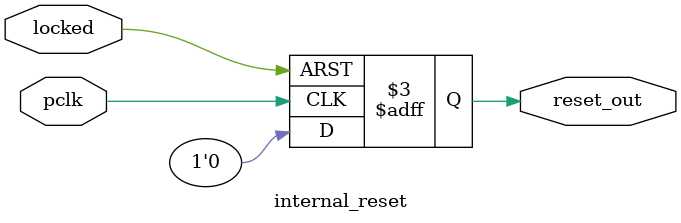
<source format=v>


`timescale 1 ns / 1 ps

// Declare the module and its ports. This is
// using Verilog-2001 syntax.

module internal_reset (
    input   wire pclk,
    input   wire locked,
    output  reg  reset_out
    );


    always @(negedge pclk or negedge locked) 
        begin
            if(!locked)
                reset_out <= 1'b1;
            else 
                reset_out <= 1'b0;
        end

    /*reg  reset_out_nxt;

    reg [10:0] counter=11'b0;
    reg [10:0] counter_nxt;

    always @(posedge pclk)
        begin
            reset_out <=reset_out_nxt;
            counter <= counter_nxt;
        end

    always @(negedge locked)
        begin
            counter_nxt <=11'b0;
            reset_out <=1'b1;
            
        end


    always @*
        begin
            if(counter_nxt > 100)
                begin
                    reset_out_nxt =1'b0;
                    counter_nxt=counter;
                end
            else 
                begin
                    reset_out_nxt =reset_out;
                    counter_nxt=counter+1;
                end

        end */
endmodule


</source>
